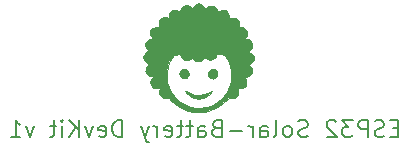
<source format=gbr>
G04 #@! TF.GenerationSoftware,KiCad,Pcbnew,(5.1.2)-2*
G04 #@! TF.CreationDate,2019-10-16T12:38:49+08:00*
G04 #@! TF.ProjectId,ESP32-Solar-Battery,45535033-322d-4536-9f6c-61722d426174,rev?*
G04 #@! TF.SameCoordinates,Original*
G04 #@! TF.FileFunction,Legend,Bot*
G04 #@! TF.FilePolarity,Positive*
%FSLAX46Y46*%
G04 Gerber Fmt 4.6, Leading zero omitted, Abs format (unit mm)*
G04 Created by KiCad (PCBNEW (5.1.2)-2) date 2019-10-16 12:38:49*
%MOMM*%
%LPD*%
G04 APERTURE LIST*
%ADD10C,0.180000*%
%ADD11C,0.010000*%
G04 APERTURE END LIST*
D10*
X141866666Y-74900000D02*
X141400000Y-74900000D01*
X141200000Y-75633333D02*
X141866666Y-75633333D01*
X141866666Y-74233333D01*
X141200000Y-74233333D01*
X140666666Y-75566666D02*
X140466666Y-75633333D01*
X140133333Y-75633333D01*
X140000000Y-75566666D01*
X139933333Y-75500000D01*
X139866666Y-75366666D01*
X139866666Y-75233333D01*
X139933333Y-75100000D01*
X140000000Y-75033333D01*
X140133333Y-74966666D01*
X140400000Y-74900000D01*
X140533333Y-74833333D01*
X140600000Y-74766666D01*
X140666666Y-74633333D01*
X140666666Y-74500000D01*
X140600000Y-74366666D01*
X140533333Y-74300000D01*
X140400000Y-74233333D01*
X140066666Y-74233333D01*
X139866666Y-74300000D01*
X139266666Y-75633333D02*
X139266666Y-74233333D01*
X138733333Y-74233333D01*
X138600000Y-74300000D01*
X138533333Y-74366666D01*
X138466666Y-74500000D01*
X138466666Y-74700000D01*
X138533333Y-74833333D01*
X138600000Y-74900000D01*
X138733333Y-74966666D01*
X139266666Y-74966666D01*
X138000000Y-74233333D02*
X137133333Y-74233333D01*
X137600000Y-74766666D01*
X137400000Y-74766666D01*
X137266666Y-74833333D01*
X137200000Y-74900000D01*
X137133333Y-75033333D01*
X137133333Y-75366666D01*
X137200000Y-75500000D01*
X137266666Y-75566666D01*
X137400000Y-75633333D01*
X137800000Y-75633333D01*
X137933333Y-75566666D01*
X138000000Y-75500000D01*
X136600000Y-74366666D02*
X136533333Y-74300000D01*
X136400000Y-74233333D01*
X136066666Y-74233333D01*
X135933333Y-74300000D01*
X135866666Y-74366666D01*
X135800000Y-74500000D01*
X135800000Y-74633333D01*
X135866666Y-74833333D01*
X136666666Y-75633333D01*
X135800000Y-75633333D01*
X134200000Y-75566666D02*
X134000000Y-75633333D01*
X133666666Y-75633333D01*
X133533333Y-75566666D01*
X133466666Y-75500000D01*
X133400000Y-75366666D01*
X133400000Y-75233333D01*
X133466666Y-75100000D01*
X133533333Y-75033333D01*
X133666666Y-74966666D01*
X133933333Y-74900000D01*
X134066666Y-74833333D01*
X134133333Y-74766666D01*
X134200000Y-74633333D01*
X134200000Y-74500000D01*
X134133333Y-74366666D01*
X134066666Y-74300000D01*
X133933333Y-74233333D01*
X133600000Y-74233333D01*
X133400000Y-74300000D01*
X132600000Y-75633333D02*
X132733333Y-75566666D01*
X132800000Y-75500000D01*
X132866666Y-75366666D01*
X132866666Y-74966666D01*
X132800000Y-74833333D01*
X132733333Y-74766666D01*
X132600000Y-74700000D01*
X132400000Y-74700000D01*
X132266666Y-74766666D01*
X132200000Y-74833333D01*
X132133333Y-74966666D01*
X132133333Y-75366666D01*
X132200000Y-75500000D01*
X132266666Y-75566666D01*
X132400000Y-75633333D01*
X132600000Y-75633333D01*
X131333333Y-75633333D02*
X131466666Y-75566666D01*
X131533333Y-75433333D01*
X131533333Y-74233333D01*
X130200000Y-75633333D02*
X130200000Y-74900000D01*
X130266666Y-74766666D01*
X130400000Y-74700000D01*
X130666666Y-74700000D01*
X130800000Y-74766666D01*
X130200000Y-75566666D02*
X130333333Y-75633333D01*
X130666666Y-75633333D01*
X130800000Y-75566666D01*
X130866666Y-75433333D01*
X130866666Y-75300000D01*
X130800000Y-75166666D01*
X130666666Y-75100000D01*
X130333333Y-75100000D01*
X130200000Y-75033333D01*
X129533333Y-75633333D02*
X129533333Y-74700000D01*
X129533333Y-74966666D02*
X129466666Y-74833333D01*
X129400000Y-74766666D01*
X129266666Y-74700000D01*
X129133333Y-74700000D01*
X128666666Y-75100000D02*
X127600000Y-75100000D01*
X126466666Y-74900000D02*
X126266666Y-74966666D01*
X126200000Y-75033333D01*
X126133333Y-75166666D01*
X126133333Y-75366666D01*
X126200000Y-75500000D01*
X126266666Y-75566666D01*
X126400000Y-75633333D01*
X126933333Y-75633333D01*
X126933333Y-74233333D01*
X126466666Y-74233333D01*
X126333333Y-74300000D01*
X126266666Y-74366666D01*
X126200000Y-74500000D01*
X126200000Y-74633333D01*
X126266666Y-74766666D01*
X126333333Y-74833333D01*
X126466666Y-74900000D01*
X126933333Y-74900000D01*
X124933333Y-75633333D02*
X124933333Y-74900000D01*
X125000000Y-74766666D01*
X125133333Y-74700000D01*
X125400000Y-74700000D01*
X125533333Y-74766666D01*
X124933333Y-75566666D02*
X125066666Y-75633333D01*
X125400000Y-75633333D01*
X125533333Y-75566666D01*
X125600000Y-75433333D01*
X125600000Y-75300000D01*
X125533333Y-75166666D01*
X125400000Y-75100000D01*
X125066666Y-75100000D01*
X124933333Y-75033333D01*
X124466666Y-74700000D02*
X123933333Y-74700000D01*
X124266666Y-74233333D02*
X124266666Y-75433333D01*
X124200000Y-75566666D01*
X124066666Y-75633333D01*
X123933333Y-75633333D01*
X123666666Y-74700000D02*
X123133333Y-74700000D01*
X123466666Y-74233333D02*
X123466666Y-75433333D01*
X123400000Y-75566666D01*
X123266666Y-75633333D01*
X123133333Y-75633333D01*
X122133333Y-75566666D02*
X122266666Y-75633333D01*
X122533333Y-75633333D01*
X122666666Y-75566666D01*
X122733333Y-75433333D01*
X122733333Y-74900000D01*
X122666666Y-74766666D01*
X122533333Y-74700000D01*
X122266666Y-74700000D01*
X122133333Y-74766666D01*
X122066666Y-74900000D01*
X122066666Y-75033333D01*
X122733333Y-75166666D01*
X121466666Y-75633333D02*
X121466666Y-74700000D01*
X121466666Y-74966666D02*
X121400000Y-74833333D01*
X121333333Y-74766666D01*
X121200000Y-74700000D01*
X121066666Y-74700000D01*
X120733333Y-74700000D02*
X120400000Y-75633333D01*
X120066666Y-74700000D02*
X120400000Y-75633333D01*
X120533333Y-75966666D01*
X120600000Y-76033333D01*
X120733333Y-76100000D01*
X118466666Y-75633333D02*
X118466666Y-74233333D01*
X118133333Y-74233333D01*
X117933333Y-74300000D01*
X117800000Y-74433333D01*
X117733333Y-74566666D01*
X117666666Y-74833333D01*
X117666666Y-75033333D01*
X117733333Y-75300000D01*
X117800000Y-75433333D01*
X117933333Y-75566666D01*
X118133333Y-75633333D01*
X118466666Y-75633333D01*
X116533333Y-75566666D02*
X116666666Y-75633333D01*
X116933333Y-75633333D01*
X117066666Y-75566666D01*
X117133333Y-75433333D01*
X117133333Y-74900000D01*
X117066666Y-74766666D01*
X116933333Y-74700000D01*
X116666666Y-74700000D01*
X116533333Y-74766666D01*
X116466666Y-74900000D01*
X116466666Y-75033333D01*
X117133333Y-75166666D01*
X116000000Y-74700000D02*
X115666666Y-75633333D01*
X115333333Y-74700000D01*
X114800000Y-75633333D02*
X114800000Y-74233333D01*
X114000000Y-75633333D02*
X114600000Y-74833333D01*
X114000000Y-74233333D02*
X114800000Y-75033333D01*
X113400000Y-75633333D02*
X113400000Y-74700000D01*
X113400000Y-74233333D02*
X113466666Y-74300000D01*
X113400000Y-74366666D01*
X113333333Y-74300000D01*
X113400000Y-74233333D01*
X113400000Y-74366666D01*
X112933333Y-74700000D02*
X112400000Y-74700000D01*
X112733333Y-74233333D02*
X112733333Y-75433333D01*
X112666666Y-75566666D01*
X112533333Y-75633333D01*
X112400000Y-75633333D01*
X111000000Y-74700000D02*
X110666666Y-75633333D01*
X110333333Y-74700000D01*
X109066666Y-75633333D02*
X109866666Y-75633333D01*
X109466666Y-75633333D02*
X109466666Y-74233333D01*
X109600000Y-74433333D01*
X109733333Y-74566666D01*
X109866666Y-74633333D01*
D11*
G36*
X123583327Y-69914505D02*
G01*
X123456622Y-70008234D01*
X123369094Y-70156976D01*
X123338161Y-70322301D01*
X123355444Y-70417342D01*
X123458321Y-70572410D01*
X123608480Y-70662915D01*
X123779550Y-70682665D01*
X123945161Y-70625466D01*
X124012271Y-70571586D01*
X124113178Y-70415853D01*
X124134023Y-70251584D01*
X124087282Y-70097891D01*
X123985431Y-69973883D01*
X123840944Y-69898671D01*
X123666296Y-69891365D01*
X123583327Y-69914505D01*
X123583327Y-69914505D01*
G37*
X123583327Y-69914505D02*
X123456622Y-70008234D01*
X123369094Y-70156976D01*
X123338161Y-70322301D01*
X123355444Y-70417342D01*
X123458321Y-70572410D01*
X123608480Y-70662915D01*
X123779550Y-70682665D01*
X123945161Y-70625466D01*
X124012271Y-70571586D01*
X124113178Y-70415853D01*
X124134023Y-70251584D01*
X124087282Y-70097891D01*
X123985431Y-69973883D01*
X123840944Y-69898671D01*
X123666296Y-69891365D01*
X123583327Y-69914505D01*
G36*
X125987947Y-69911964D02*
G01*
X125860700Y-70024986D01*
X125785687Y-70185372D01*
X125776286Y-70370224D01*
X125802620Y-70470650D01*
X125874348Y-70555357D01*
X126000648Y-70633636D01*
X126140836Y-70683136D01*
X126202134Y-70690114D01*
X126302499Y-70659788D01*
X126419357Y-70585763D01*
X126431490Y-70575649D01*
X126537101Y-70431302D01*
X126565226Y-70267181D01*
X126524930Y-70106366D01*
X126425277Y-69971936D01*
X126275332Y-69886971D01*
X126154048Y-69869201D01*
X125987947Y-69911964D01*
X125987947Y-69911964D01*
G37*
X125987947Y-69911964D02*
X125860700Y-70024986D01*
X125785687Y-70185372D01*
X125776286Y-70370224D01*
X125802620Y-70470650D01*
X125874348Y-70555357D01*
X126000648Y-70633636D01*
X126140836Y-70683136D01*
X126202134Y-70690114D01*
X126302499Y-70659788D01*
X126419357Y-70585763D01*
X126431490Y-70575649D01*
X126537101Y-70431302D01*
X126565226Y-70267181D01*
X126524930Y-70106366D01*
X126425277Y-69971936D01*
X126275332Y-69886971D01*
X126154048Y-69869201D01*
X125987947Y-69911964D01*
G36*
X125770707Y-71887462D02*
G01*
X125394190Y-72031672D01*
X125005592Y-72090050D01*
X124621366Y-72063008D01*
X124257964Y-71950960D01*
X124058960Y-71844495D01*
X123930386Y-71769360D01*
X123837074Y-71726725D01*
X123805746Y-71723405D01*
X123825750Y-71766200D01*
X123900490Y-71857944D01*
X124015035Y-71980701D01*
X124045626Y-72011620D01*
X124329548Y-72242633D01*
X124626269Y-72378497D01*
X124940032Y-72420261D01*
X125275079Y-72368974D01*
X125370258Y-72339131D01*
X125662698Y-72204095D01*
X125894352Y-72026953D01*
X126026300Y-71859008D01*
X126110965Y-71712887D01*
X125770707Y-71887462D01*
X125770707Y-71887462D01*
G37*
X125770707Y-71887462D02*
X125394190Y-72031672D01*
X125005592Y-72090050D01*
X124621366Y-72063008D01*
X124257964Y-71950960D01*
X124058960Y-71844495D01*
X123930386Y-71769360D01*
X123837074Y-71726725D01*
X123805746Y-71723405D01*
X123825750Y-71766200D01*
X123900490Y-71857944D01*
X124015035Y-71980701D01*
X124045626Y-72011620D01*
X124329548Y-72242633D01*
X124626269Y-72378497D01*
X124940032Y-72420261D01*
X125275079Y-72368974D01*
X125370258Y-72339131D01*
X125662698Y-72204095D01*
X125894352Y-72026953D01*
X126026300Y-71859008D01*
X126110965Y-71712887D01*
X125770707Y-71887462D01*
G36*
X124825384Y-64369341D02*
G01*
X124816684Y-64372635D01*
X124669734Y-64458044D01*
X124548097Y-64576234D01*
X124539158Y-64588825D01*
X124438947Y-64737528D01*
X124284111Y-64599182D01*
X124102834Y-64492493D01*
X123906524Y-64464851D01*
X123717589Y-64509155D01*
X123558439Y-64618304D01*
X123451482Y-64785195D01*
X123427546Y-64870633D01*
X123397056Y-65033163D01*
X123244821Y-64940336D01*
X123028978Y-64855018D01*
X122825306Y-64857005D01*
X122649991Y-64937106D01*
X122519217Y-65086132D01*
X122449170Y-65294892D01*
X122441758Y-65396312D01*
X122435543Y-65535734D01*
X122415564Y-65592875D01*
X122380323Y-65584054D01*
X122217981Y-65511900D01*
X122022237Y-65506286D01*
X121888975Y-65542716D01*
X121720425Y-65660950D01*
X121616150Y-65835941D01*
X121582924Y-66046853D01*
X121627523Y-66272848D01*
X121640910Y-66305767D01*
X121653904Y-66358175D01*
X121612810Y-66366354D01*
X121521842Y-66343719D01*
X121320325Y-66331804D01*
X121131045Y-66400668D01*
X120976681Y-66535077D01*
X120879915Y-66719797D01*
X120865175Y-66784790D01*
X120865152Y-66927074D01*
X120923911Y-67068710D01*
X120962362Y-67128802D01*
X121085683Y-67309886D01*
X120924639Y-67309886D01*
X120731554Y-67355000D01*
X120570347Y-67478458D01*
X120464044Y-67662433D01*
X120462192Y-67667946D01*
X120431131Y-67873932D01*
X120487944Y-68055620D01*
X120633464Y-68224074D01*
X120730370Y-68312511D01*
X120760542Y-68359198D01*
X120730629Y-68385173D01*
X120688721Y-68398933D01*
X120547613Y-68472582D01*
X120412838Y-68592641D01*
X120310775Y-68730106D01*
X120267806Y-68855974D01*
X120267681Y-68861845D01*
X120308330Y-69047614D01*
X120413880Y-69224899D01*
X120559739Y-69357847D01*
X120632610Y-69393885D01*
X120796945Y-69453310D01*
X120648400Y-69577321D01*
X120543308Y-69690866D01*
X120489396Y-69830942D01*
X120474213Y-69928829D01*
X120464837Y-70072592D01*
X120488235Y-70170504D01*
X120560380Y-70266487D01*
X120618886Y-70326642D01*
X120750393Y-70438960D01*
X120871825Y-70488770D01*
X120972077Y-70496958D01*
X121154951Y-70496958D01*
X121028638Y-70629753D01*
X120900601Y-70813550D01*
X120866349Y-71003574D01*
X120912035Y-71186534D01*
X121026021Y-71371331D01*
X121185240Y-71475448D01*
X121400250Y-71504785D01*
X121473482Y-71500251D01*
X121612813Y-71489952D01*
X121675452Y-71498593D01*
X121680447Y-71532432D01*
X121665853Y-71563441D01*
X121614881Y-71748694D01*
X121644113Y-71933633D01*
X121738856Y-72099997D01*
X121884416Y-72229525D01*
X122066102Y-72303958D01*
X122263441Y-72306153D01*
X122363739Y-72297342D01*
X122441589Y-72327930D01*
X122528794Y-72414719D01*
X122574795Y-72470646D01*
X122864882Y-72767090D01*
X123227616Y-73034324D01*
X123640251Y-73258224D01*
X124080042Y-73424662D01*
X124137620Y-73441230D01*
X124449069Y-73501715D01*
X124813387Y-73532055D01*
X125191512Y-73531700D01*
X125544382Y-73500095D01*
X125736376Y-73463833D01*
X126212888Y-73299813D01*
X126668972Y-73046174D01*
X127093123Y-72709461D01*
X127139642Y-72665411D01*
X127520043Y-72298693D01*
X127750284Y-72320817D01*
X127984872Y-72305031D01*
X128164386Y-72213613D01*
X128280817Y-72055265D01*
X128326158Y-71838689D01*
X128318626Y-71703271D01*
X128292840Y-71511026D01*
X128509260Y-71511026D01*
X128672091Y-71495691D01*
X128792544Y-71436216D01*
X128866833Y-71369874D01*
X128977451Y-71196214D01*
X129013911Y-70991148D01*
X128974285Y-70787375D01*
X128907902Y-70672482D01*
X128807819Y-70545247D01*
X128985165Y-70545247D01*
X129038758Y-70532499D01*
X127751058Y-70532499D01*
X127692452Y-70985027D01*
X127561349Y-71418652D01*
X127363354Y-71824542D01*
X127104072Y-72193862D01*
X126789106Y-72517778D01*
X126424063Y-72787455D01*
X126014546Y-72994060D01*
X125566160Y-73128759D01*
X125084511Y-73182717D01*
X124879278Y-73179480D01*
X124649819Y-73160376D01*
X124426225Y-73129963D01*
X124248398Y-73093963D01*
X124213055Y-73083918D01*
X123746519Y-72888440D01*
X123324478Y-72613714D01*
X122957041Y-72270429D01*
X122654317Y-71869275D01*
X122426416Y-71420940D01*
X122314786Y-71076732D01*
X122248578Y-70631446D01*
X122260587Y-70161473D01*
X122346475Y-69692251D01*
X122501905Y-69249214D01*
X122683306Y-68915494D01*
X122780644Y-68775201D01*
X122855926Y-68699027D01*
X122935840Y-68667716D01*
X123034625Y-68661977D01*
X123182392Y-68649088D01*
X123301621Y-68617507D01*
X123313061Y-68611989D01*
X123384975Y-68587484D01*
X123406288Y-68633127D01*
X123406645Y-68648206D01*
X123445520Y-68790457D01*
X123543455Y-68939424D01*
X123673210Y-69058467D01*
X123737971Y-69093879D01*
X123924585Y-69131726D01*
X124115345Y-69107610D01*
X124270843Y-69028035D01*
X124298588Y-69001350D01*
X124353105Y-68948879D01*
X124400333Y-68945301D01*
X124467214Y-68998796D01*
X124540292Y-69074728D01*
X124657085Y-69182011D01*
X124768186Y-69230447D01*
X124914684Y-69241445D01*
X125125893Y-69207110D01*
X125296253Y-69113418D01*
X125402033Y-68974335D01*
X125411246Y-68949224D01*
X125435741Y-68891146D01*
X125472978Y-68887766D01*
X125548738Y-68942812D01*
X125586816Y-68974628D01*
X125757221Y-69066957D01*
X125946679Y-69091050D01*
X126132818Y-69054853D01*
X126293267Y-68966311D01*
X126405654Y-68833372D01*
X126447596Y-68668883D01*
X126461828Y-68589259D01*
X126515184Y-68587452D01*
X126533175Y-68595387D01*
X126630114Y-68618448D01*
X126779131Y-68630779D01*
X126856834Y-68631426D01*
X126986790Y-68635168D01*
X127086581Y-68661212D01*
X127172015Y-68723712D01*
X127258899Y-68836820D01*
X127363042Y-69014691D01*
X127435847Y-69149846D01*
X127628360Y-69606075D01*
X127731562Y-70069904D01*
X127751058Y-70532499D01*
X129038758Y-70532499D01*
X129170729Y-70501108D01*
X129333322Y-70385137D01*
X129448259Y-70221999D01*
X129490875Y-70039867D01*
X129462836Y-69832214D01*
X129368932Y-69679477D01*
X129241597Y-69581764D01*
X129095062Y-69492650D01*
X129243374Y-69460075D01*
X129419662Y-69375602D01*
X129554608Y-69223441D01*
X129628068Y-69030127D01*
X129635742Y-68943177D01*
X129619305Y-68797966D01*
X129556250Y-68678676D01*
X129471559Y-68584715D01*
X129356606Y-68487046D01*
X129254059Y-68428255D01*
X129219866Y-68420532D01*
X129180145Y-68407382D01*
X129209010Y-68360271D01*
X129288623Y-68287737D01*
X129399098Y-68167195D01*
X129475200Y-68036537D01*
X129484102Y-68010076D01*
X129499331Y-67797708D01*
X129438120Y-67604337D01*
X129314770Y-67450301D01*
X129143586Y-67355939D01*
X129010205Y-67336225D01*
X128824713Y-67336225D01*
X128940494Y-67198628D01*
X129028668Y-67029137D01*
X129057040Y-66826643D01*
X129023309Y-66631871D01*
X128977530Y-66542906D01*
X128852458Y-66427050D01*
X128683767Y-66345939D01*
X128513479Y-66316976D01*
X128450731Y-66324761D01*
X128367066Y-66339374D01*
X128354586Y-66306372D01*
X128384772Y-66232697D01*
X128423192Y-66043744D01*
X128381847Y-65856660D01*
X128275488Y-65693163D01*
X128118866Y-65574970D01*
X127926731Y-65523800D01*
X127902863Y-65523194D01*
X127756270Y-65541950D01*
X127638022Y-65587743D01*
X127628907Y-65594091D01*
X127528416Y-65657332D01*
X127488432Y-65646866D01*
X127505709Y-65561536D01*
X127509464Y-65551448D01*
X127528052Y-65383997D01*
X127481600Y-65200113D01*
X127382937Y-65040497D01*
X127333840Y-64994211D01*
X127165469Y-64915247D01*
X126964566Y-64896048D01*
X126772658Y-64936883D01*
X126679518Y-64989986D01*
X126559318Y-65084534D01*
X126504411Y-64901269D01*
X126412199Y-64703435D01*
X126269144Y-64581834D01*
X126059673Y-64523552D01*
X126047091Y-64522059D01*
X125898773Y-64516053D01*
X125790997Y-64550978D01*
X125673682Y-64642038D01*
X125512615Y-64785951D01*
X125437391Y-64635466D01*
X125339168Y-64510313D01*
X125197063Y-64404872D01*
X125178083Y-64395065D01*
X125048305Y-64340476D01*
X124948286Y-64332990D01*
X124825384Y-64369341D01*
X124825384Y-64369341D01*
G37*
X124825384Y-64369341D02*
X124816684Y-64372635D01*
X124669734Y-64458044D01*
X124548097Y-64576234D01*
X124539158Y-64588825D01*
X124438947Y-64737528D01*
X124284111Y-64599182D01*
X124102834Y-64492493D01*
X123906524Y-64464851D01*
X123717589Y-64509155D01*
X123558439Y-64618304D01*
X123451482Y-64785195D01*
X123427546Y-64870633D01*
X123397056Y-65033163D01*
X123244821Y-64940336D01*
X123028978Y-64855018D01*
X122825306Y-64857005D01*
X122649991Y-64937106D01*
X122519217Y-65086132D01*
X122449170Y-65294892D01*
X122441758Y-65396312D01*
X122435543Y-65535734D01*
X122415564Y-65592875D01*
X122380323Y-65584054D01*
X122217981Y-65511900D01*
X122022237Y-65506286D01*
X121888975Y-65542716D01*
X121720425Y-65660950D01*
X121616150Y-65835941D01*
X121582924Y-66046853D01*
X121627523Y-66272848D01*
X121640910Y-66305767D01*
X121653904Y-66358175D01*
X121612810Y-66366354D01*
X121521842Y-66343719D01*
X121320325Y-66331804D01*
X121131045Y-66400668D01*
X120976681Y-66535077D01*
X120879915Y-66719797D01*
X120865175Y-66784790D01*
X120865152Y-66927074D01*
X120923911Y-67068710D01*
X120962362Y-67128802D01*
X121085683Y-67309886D01*
X120924639Y-67309886D01*
X120731554Y-67355000D01*
X120570347Y-67478458D01*
X120464044Y-67662433D01*
X120462192Y-67667946D01*
X120431131Y-67873932D01*
X120487944Y-68055620D01*
X120633464Y-68224074D01*
X120730370Y-68312511D01*
X120760542Y-68359198D01*
X120730629Y-68385173D01*
X120688721Y-68398933D01*
X120547613Y-68472582D01*
X120412838Y-68592641D01*
X120310775Y-68730106D01*
X120267806Y-68855974D01*
X120267681Y-68861845D01*
X120308330Y-69047614D01*
X120413880Y-69224899D01*
X120559739Y-69357847D01*
X120632610Y-69393885D01*
X120796945Y-69453310D01*
X120648400Y-69577321D01*
X120543308Y-69690866D01*
X120489396Y-69830942D01*
X120474213Y-69928829D01*
X120464837Y-70072592D01*
X120488235Y-70170504D01*
X120560380Y-70266487D01*
X120618886Y-70326642D01*
X120750393Y-70438960D01*
X120871825Y-70488770D01*
X120972077Y-70496958D01*
X121154951Y-70496958D01*
X121028638Y-70629753D01*
X120900601Y-70813550D01*
X120866349Y-71003574D01*
X120912035Y-71186534D01*
X121026021Y-71371331D01*
X121185240Y-71475448D01*
X121400250Y-71504785D01*
X121473482Y-71500251D01*
X121612813Y-71489952D01*
X121675452Y-71498593D01*
X121680447Y-71532432D01*
X121665853Y-71563441D01*
X121614881Y-71748694D01*
X121644113Y-71933633D01*
X121738856Y-72099997D01*
X121884416Y-72229525D01*
X122066102Y-72303958D01*
X122263441Y-72306153D01*
X122363739Y-72297342D01*
X122441589Y-72327930D01*
X122528794Y-72414719D01*
X122574795Y-72470646D01*
X122864882Y-72767090D01*
X123227616Y-73034324D01*
X123640251Y-73258224D01*
X124080042Y-73424662D01*
X124137620Y-73441230D01*
X124449069Y-73501715D01*
X124813387Y-73532055D01*
X125191512Y-73531700D01*
X125544382Y-73500095D01*
X125736376Y-73463833D01*
X126212888Y-73299813D01*
X126668972Y-73046174D01*
X127093123Y-72709461D01*
X127139642Y-72665411D01*
X127520043Y-72298693D01*
X127750284Y-72320817D01*
X127984872Y-72305031D01*
X128164386Y-72213613D01*
X128280817Y-72055265D01*
X128326158Y-71838689D01*
X128318626Y-71703271D01*
X128292840Y-71511026D01*
X128509260Y-71511026D01*
X128672091Y-71495691D01*
X128792544Y-71436216D01*
X128866833Y-71369874D01*
X128977451Y-71196214D01*
X129013911Y-70991148D01*
X128974285Y-70787375D01*
X128907902Y-70672482D01*
X128807819Y-70545247D01*
X128985165Y-70545247D01*
X129038758Y-70532499D01*
X127751058Y-70532499D01*
X127692452Y-70985027D01*
X127561349Y-71418652D01*
X127363354Y-71824542D01*
X127104072Y-72193862D01*
X126789106Y-72517778D01*
X126424063Y-72787455D01*
X126014546Y-72994060D01*
X125566160Y-73128759D01*
X125084511Y-73182717D01*
X124879278Y-73179480D01*
X124649819Y-73160376D01*
X124426225Y-73129963D01*
X124248398Y-73093963D01*
X124213055Y-73083918D01*
X123746519Y-72888440D01*
X123324478Y-72613714D01*
X122957041Y-72270429D01*
X122654317Y-71869275D01*
X122426416Y-71420940D01*
X122314786Y-71076732D01*
X122248578Y-70631446D01*
X122260587Y-70161473D01*
X122346475Y-69692251D01*
X122501905Y-69249214D01*
X122683306Y-68915494D01*
X122780644Y-68775201D01*
X122855926Y-68699027D01*
X122935840Y-68667716D01*
X123034625Y-68661977D01*
X123182392Y-68649088D01*
X123301621Y-68617507D01*
X123313061Y-68611989D01*
X123384975Y-68587484D01*
X123406288Y-68633127D01*
X123406645Y-68648206D01*
X123445520Y-68790457D01*
X123543455Y-68939424D01*
X123673210Y-69058467D01*
X123737971Y-69093879D01*
X123924585Y-69131726D01*
X124115345Y-69107610D01*
X124270843Y-69028035D01*
X124298588Y-69001350D01*
X124353105Y-68948879D01*
X124400333Y-68945301D01*
X124467214Y-68998796D01*
X124540292Y-69074728D01*
X124657085Y-69182011D01*
X124768186Y-69230447D01*
X124914684Y-69241445D01*
X125125893Y-69207110D01*
X125296253Y-69113418D01*
X125402033Y-68974335D01*
X125411246Y-68949224D01*
X125435741Y-68891146D01*
X125472978Y-68887766D01*
X125548738Y-68942812D01*
X125586816Y-68974628D01*
X125757221Y-69066957D01*
X125946679Y-69091050D01*
X126132818Y-69054853D01*
X126293267Y-68966311D01*
X126405654Y-68833372D01*
X126447596Y-68668883D01*
X126461828Y-68589259D01*
X126515184Y-68587452D01*
X126533175Y-68595387D01*
X126630114Y-68618448D01*
X126779131Y-68630779D01*
X126856834Y-68631426D01*
X126986790Y-68635168D01*
X127086581Y-68661212D01*
X127172015Y-68723712D01*
X127258899Y-68836820D01*
X127363042Y-69014691D01*
X127435847Y-69149846D01*
X127628360Y-69606075D01*
X127731562Y-70069904D01*
X127751058Y-70532499D01*
X129038758Y-70532499D01*
X129170729Y-70501108D01*
X129333322Y-70385137D01*
X129448259Y-70221999D01*
X129490875Y-70039867D01*
X129462836Y-69832214D01*
X129368932Y-69679477D01*
X129241597Y-69581764D01*
X129095062Y-69492650D01*
X129243374Y-69460075D01*
X129419662Y-69375602D01*
X129554608Y-69223441D01*
X129628068Y-69030127D01*
X129635742Y-68943177D01*
X129619305Y-68797966D01*
X129556250Y-68678676D01*
X129471559Y-68584715D01*
X129356606Y-68487046D01*
X129254059Y-68428255D01*
X129219866Y-68420532D01*
X129180145Y-68407382D01*
X129209010Y-68360271D01*
X129288623Y-68287737D01*
X129399098Y-68167195D01*
X129475200Y-68036537D01*
X129484102Y-68010076D01*
X129499331Y-67797708D01*
X129438120Y-67604337D01*
X129314770Y-67450301D01*
X129143586Y-67355939D01*
X129010205Y-67336225D01*
X128824713Y-67336225D01*
X128940494Y-67198628D01*
X129028668Y-67029137D01*
X129057040Y-66826643D01*
X129023309Y-66631871D01*
X128977530Y-66542906D01*
X128852458Y-66427050D01*
X128683767Y-66345939D01*
X128513479Y-66316976D01*
X128450731Y-66324761D01*
X128367066Y-66339374D01*
X128354586Y-66306372D01*
X128384772Y-66232697D01*
X128423192Y-66043744D01*
X128381847Y-65856660D01*
X128275488Y-65693163D01*
X128118866Y-65574970D01*
X127926731Y-65523800D01*
X127902863Y-65523194D01*
X127756270Y-65541950D01*
X127638022Y-65587743D01*
X127628907Y-65594091D01*
X127528416Y-65657332D01*
X127488432Y-65646866D01*
X127505709Y-65561536D01*
X127509464Y-65551448D01*
X127528052Y-65383997D01*
X127481600Y-65200113D01*
X127382937Y-65040497D01*
X127333840Y-64994211D01*
X127165469Y-64915247D01*
X126964566Y-64896048D01*
X126772658Y-64936883D01*
X126679518Y-64989986D01*
X126559318Y-65084534D01*
X126504411Y-64901269D01*
X126412199Y-64703435D01*
X126269144Y-64581834D01*
X126059673Y-64523552D01*
X126047091Y-64522059D01*
X125898773Y-64516053D01*
X125790997Y-64550978D01*
X125673682Y-64642038D01*
X125512615Y-64785951D01*
X125437391Y-64635466D01*
X125339168Y-64510313D01*
X125197063Y-64404872D01*
X125178083Y-64395065D01*
X125048305Y-64340476D01*
X124948286Y-64332990D01*
X124825384Y-64369341D01*
M02*

</source>
